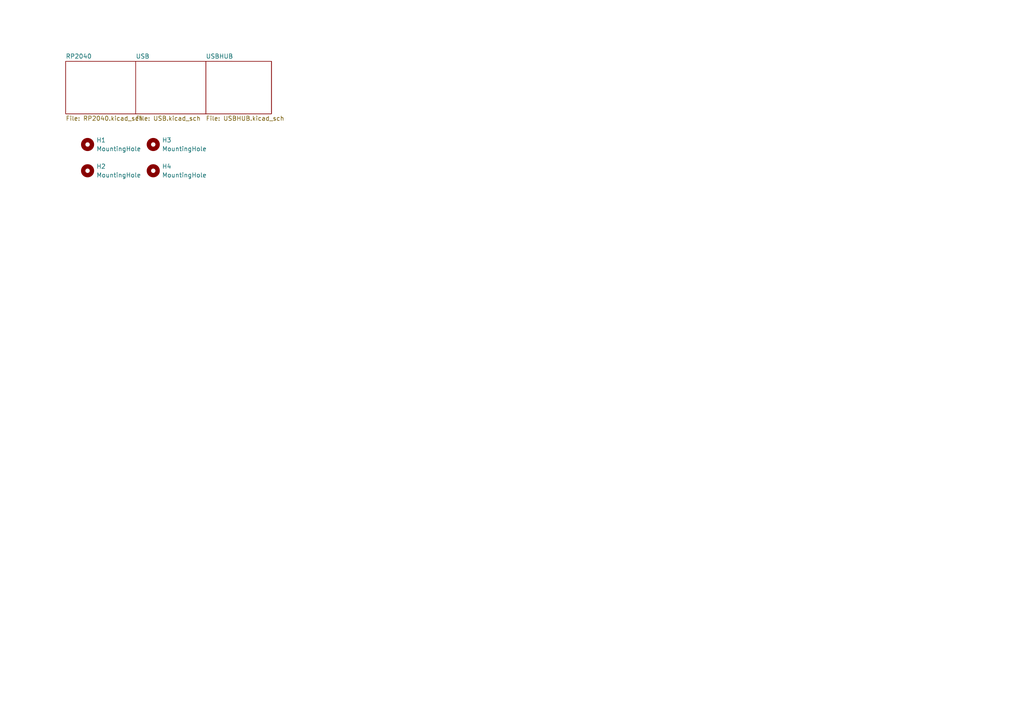
<source format=kicad_sch>
(kicad_sch (version 20231120) (generator "eeschema") (generator_version "8.0")
  (paper "A4")
  (lib_symbols
    (symbol "Mechanical:MountingHole" (pin_names (offset 1.016))
      (property "Reference" "H" (at 0 5.08 0))
      (property "Value" "MountingHole" (at 0 3.175 0))
      (symbol "MountingHole_0_1"
        (circle (center 0 0) (radius 1.27) (stroke (width 1.27)))
      )
    )
  )
  (symbol (lib_id "Mechanical:MountingHole") (at 25.4 41.91 0) (unit 1)
    (property "Reference" "H1" (at 27.94 40.6399 0) (effects (justify left)))
    (property "Value" "MountingHole" (at 27.94 43.1799 0) (effects (justify left)))
    (property "Footprint" "MountingHole:MountingHole_2.7mm_M2.5" (effects (hide yes)))
    (property "Description" "Mounting Hole without connection" (effects (hide yes)))
  )
  (symbol (lib_id "Mechanical:MountingHole") (at 44.45 41.91 0) (unit 1)
    (property "Reference" "H3" (at 46.99 40.6399 0) (effects (justify left)))
    (property "Value" "MountingHole" (at 46.99 43.1799 0) (effects (justify left)))
    (property "Footprint" "MountingHole:MountingHole_2.7mm_M2.5" (effects (hide yes)))
    (property "Description" "Mounting Hole without connection" (effects (hide yes)))
  )
  (symbol (lib_id "Mechanical:MountingHole") (at 44.45 49.53 0) (unit 1)
    (property "Reference" "H4" (at 46.99 48.2599 0) (effects (justify left)))
    (property "Value" "MountingHole" (at 46.99 50.7999 0) (effects (justify left)))
    (property "Footprint" "MountingHole:MountingHole_2.7mm_M2.5" (effects (hide yes)))
    (property "Description" "Mounting Hole without connection" (effects (hide yes)))
  )
  (symbol (lib_id "Mechanical:MountingHole") (at 25.4 49.53 0) (unit 1)
    (property "Reference" "H2" (at 27.94 48.2599 0) (effects (justify left)))
    (property "Value" "MountingHole" (at 27.94 50.7999 0) (effects (justify left)))
    (property "Footprint" "MountingHole:MountingHole_2.7mm_M2.5" (effects (hide yes)))
    (property "Description" "Mounting Hole without connection" (effects (hide yes)))
  )
  (sheet (at 39.37 17.78) (size 20.32 15.24) (stroke (width 0.1524))
    (property "Sheetname" "USB" (at 39.37 17.0684 0) (effects (justify left bottom)))
    (property "Sheetfile" "USB.kicad_sch" (at 39.37 33.6046 0) (effects (justify left top)))
  )
  (sheet (at 59.69 17.78) (size 19.05 15.24) (stroke (width 0.1524))
    (property "Sheetname" "USBHUB" (at 59.69 17.0684 0) (effects (justify left bottom)))
    (property "Sheetfile" "USBHUB.kicad_sch" (at 59.69 33.6046 0) (effects (justify left top)))
  )
  (sheet (at 19.05 17.78) (size 20.32 15.24) (stroke (width 0.1524))
    (property "Sheetname" "RP2040" (at 19.05 17.0684 0) (effects (justify left bottom)))
    (property "Sheetfile" "RP2040.kicad_sch" (at 19.05 33.6046 0) (effects (justify left top)))
  )
)
</source>
